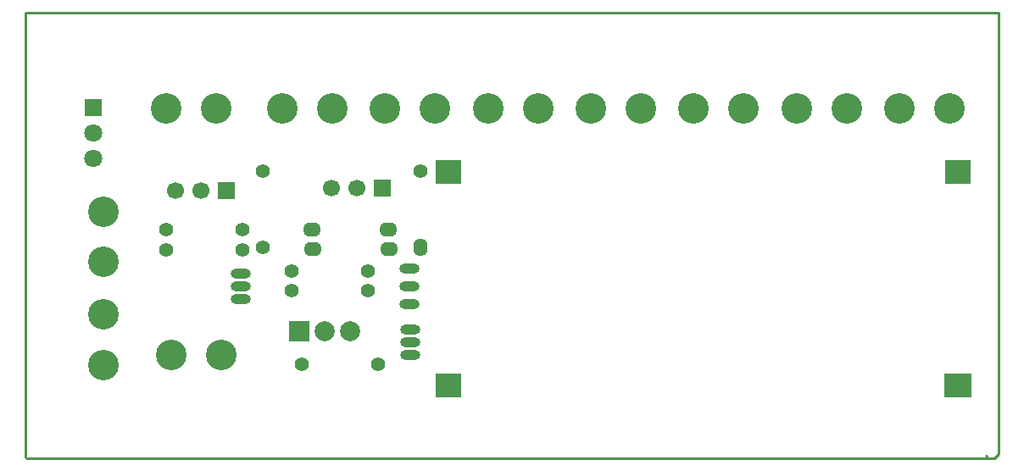
<source format=gtl>
%FSTAX23Y23*%
%MOIN*%
%SFA1B1*%

%IPPOS*%
%ADD12C,0.010000*%
%ADD32R,0.100000X0.092000*%
%ADD33R,0.106000X0.092000*%
%ADD34C,0.120000*%
%ADD35C,0.055118*%
%ADD36C,0.078740*%
%ADD37R,0.078740X0.078740*%
%ADD38O,0.078740X0.039370*%
%ADD39O,0.078740X0.039370*%
%ADD40C,0.070866*%
%ADD41R,0.070866X0.070866*%
%ADD42O,0.070866X0.055118*%
%ADD43O,0.055118X0.070866*%
%ADD44C,0.066929*%
%ADD45R,0.066929X0.066929*%
%LNpcb1-1*%
%LPD*%
G54D12*
X03766Y0285D02*
X0759D01*
X07591Y02849*
Y01111D02*
Y02849D01*
X07575Y01095D02*
X07591Y01111D01*
X03771Y01095D02*
X07575D01*
X03766Y011D02*
X03771Y01095D01*
X03766Y011D02*
Y0285D01*
X07541Y01106D02*
X07547Y011D01*
G54D32*
X07433Y02223D03*
X05427Y01382D03*
Y02223D03*
G54D33*
X07433Y01382D03*
G54D34*
X05376Y02472D03*
X05179D03*
X04971D03*
X04774D03*
X04515D03*
X04318D03*
X04071Y01661D03*
Y01464D03*
X04072Y0187D03*
Y02067D03*
X04535Y01502D03*
X04339D03*
X05989Y02472D03*
X06186D03*
X06393Y02471D03*
X0659D03*
X06798Y02472D03*
X06995D03*
X07203Y02473D03*
X074D03*
X05584Y02472D03*
X05781D03*
G54D35*
X04811Y01756D03*
X05111D03*
X04811Y01834D03*
X05111D03*
X05152Y01466D03*
X04852D03*
X05317Y02226D03*
X04317Y01997D03*
X04617D03*
X04699Y02227D03*
Y01927D03*
X04617Y01917D03*
X04317D03*
G54D36*
X05041Y01596D03*
X04941D03*
G54D37*
X04841Y01596D03*
G54D38*
X05279Y01601D03*
Y01501D03*
X05274Y01842D03*
Y01704D03*
X04613Y01822D03*
Y01722D03*
G54D39*
X05279Y01551D03*
X05274Y01773D03*
X04613Y01772D03*
G54D40*
X04032Y02377D03*
Y02277D03*
G54D41*
X04032Y02477D03*
G54D42*
X04893Y01997D03*
X05193D03*
X05194Y01918D03*
X04894D03*
G54D43*
X05317Y01926D03*
G54D44*
X04968Y0216D03*
X05068D03*
X04356Y0215D03*
X04456D03*
G54D45*
X05168Y0216D03*
X04556Y0215D03*
M02*
</source>
